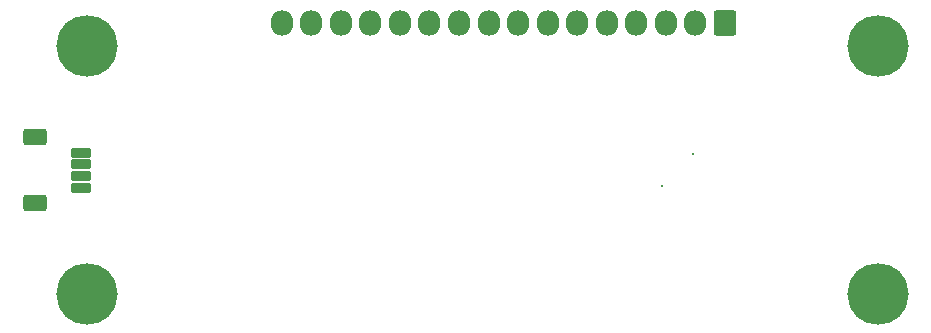
<source format=gbr>
%TF.GenerationSoftware,Altium Limited,Altium Designer,21.3.2 (30)*%
G04 Layer_Color=16711935*
%FSLAX45Y45*%
%MOMM*%
%TF.SameCoordinates,A53E8B12-5703-4EC1-9ACC-F1C4DEFA11C2*%
%TF.FilePolarity,Negative*%
%TF.FileFunction,Soldermask,Bot*%
%TF.Part,Single*%
G01*
G75*
%TA.AperFunction,SMDPad,CuDef*%
G04:AMPARAMS|DCode=22|XSize=1.4032mm|YSize=2.0032mm|CornerRadius=0.2276mm|HoleSize=0mm|Usage=FLASHONLY|Rotation=90.000|XOffset=0mm|YOffset=0mm|HoleType=Round|Shape=RoundedRectangle|*
%AMROUNDEDRECTD22*
21,1,1.40320,1.54800,0,0,90.0*
21,1,0.94800,2.00320,0,0,90.0*
1,1,0.45520,0.77400,0.47400*
1,1,0.45520,0.77400,-0.47400*
1,1,0.45520,-0.77400,-0.47400*
1,1,0.45520,-0.77400,0.47400*
%
%ADD22ROUNDEDRECTD22*%
G04:AMPARAMS|DCode=23|XSize=0.8032mm|YSize=1.7532mm|CornerRadius=0.1766mm|HoleSize=0mm|Usage=FLASHONLY|Rotation=90.000|XOffset=0mm|YOffset=0mm|HoleType=Round|Shape=RoundedRectangle|*
%AMROUNDEDRECTD23*
21,1,0.80320,1.40000,0,0,90.0*
21,1,0.45000,1.75320,0,0,90.0*
1,1,0.35320,0.70000,0.22500*
1,1,0.35320,0.70000,-0.22500*
1,1,0.35320,-0.70000,-0.22500*
1,1,0.35320,-0.70000,0.22500*
%
%ADD23ROUNDEDRECTD23*%
%TA.AperFunction,ComponentPad*%
%ADD24C,5.20320*%
G04:AMPARAMS|DCode=25|XSize=1.9032mm|YSize=2.1532mm|CornerRadius=0.9516mm|HoleSize=0mm|Usage=FLASHONLY|Rotation=180.000|XOffset=0mm|YOffset=0mm|HoleType=Round|Shape=RoundedRectangle|*
%AMROUNDEDRECTD25*
21,1,1.90320,0.25000,0,0,180.0*
21,1,0.00000,2.15320,0,0,180.0*
1,1,1.90320,0.00000,0.12500*
1,1,1.90320,0.00000,0.12500*
1,1,1.90320,0.00000,-0.12500*
1,1,1.90320,0.00000,-0.12500*
%
%ADD25ROUNDEDRECTD25*%
G04:AMPARAMS|DCode=26|XSize=1.9032mm|YSize=2.1532mm|CornerRadius=0.2291mm|HoleSize=0mm|Usage=FLASHONLY|Rotation=180.000|XOffset=0mm|YOffset=0mm|HoleType=Round|Shape=RoundedRectangle|*
%AMROUNDEDRECTD26*
21,1,1.90320,1.69500,0,0,180.0*
21,1,1.44500,2.15320,0,0,180.0*
1,1,0.45820,-0.72250,0.84750*
1,1,0.45820,0.72250,0.84750*
1,1,0.45820,0.72250,-0.84750*
1,1,0.45820,-0.72250,-0.84750*
%
%ADD26ROUNDEDRECTD26*%
%ADD27C,0.20320*%
D22*
X662500Y2330000D02*
D03*
Y1770000D02*
D03*
D23*
X1050000Y2200000D02*
D03*
Y2100000D02*
D03*
Y2000000D02*
D03*
Y1900000D02*
D03*
D24*
X7800000Y1000000D02*
D03*
Y3100000D02*
D03*
X1100000D02*
D03*
Y1000000D02*
D03*
D25*
X2750000Y3300000D02*
D03*
X3000000D02*
D03*
X3250000D02*
D03*
X3500000D02*
D03*
X3750000D02*
D03*
X4000000D02*
D03*
X4250000D02*
D03*
X4500000D02*
D03*
X4750000D02*
D03*
X5000000D02*
D03*
X5250000D02*
D03*
X5500000D02*
D03*
X5750000D02*
D03*
X6000000D02*
D03*
X6250000D02*
D03*
D26*
X6500000D02*
D03*
D27*
X6234350Y2184350D02*
D03*
X5965649Y1915650D02*
D03*
%TF.MD5,9f431b343ffa2d238ac944ce2b7c08c3*%
M02*

</source>
